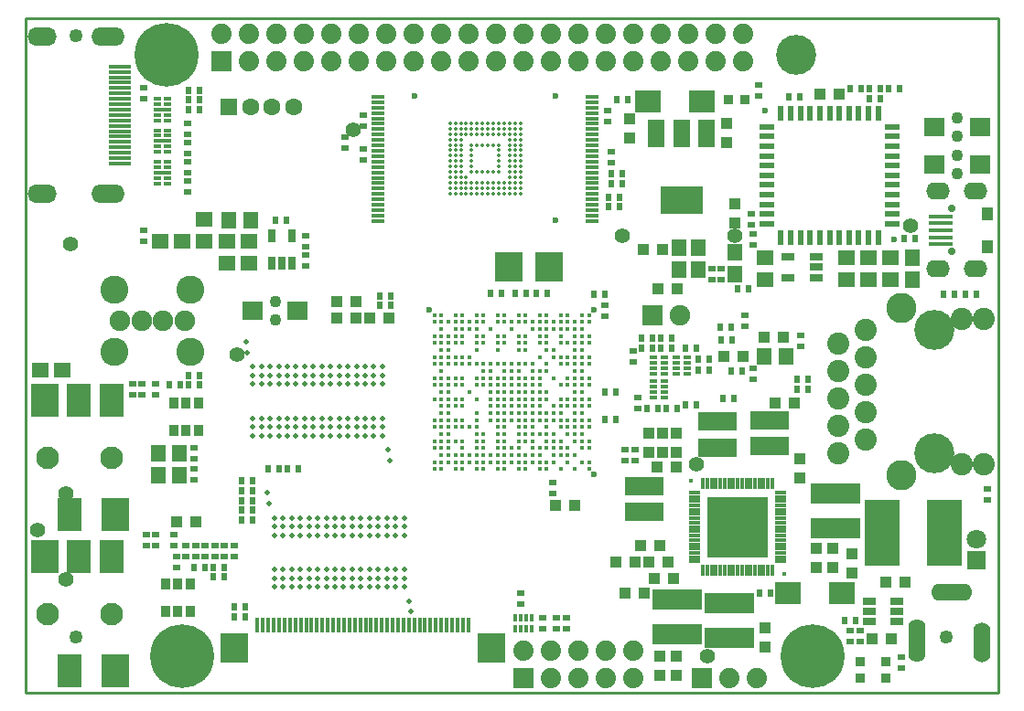
<source format=gbr>
%TF.GenerationSoftware,KiCad,Pcbnew,no-vcs-found-f3908bd~61~ubuntu16.04.1*%
%TF.CreationDate,2017-11-15T13:54:59+02:00*%
%TF.ProjectId,A64-OlinuXino_Rev_E,4136342D4F6C696E7558696E6F5F5265,D*%
%TF.SameCoordinates,Original*%
%TF.FileFunction,Soldermask,Top*%
%TF.FilePolarity,Negative*%
%FSLAX46Y46*%
G04 Gerber Fmt 4.6, Leading zero omitted, Abs format (unit mm)*
G04 Created by KiCad (PCBNEW no-vcs-found-f3908bd~61~ubuntu16.04.1) date Wed Nov 15 13:54:59 2017*
%MOMM*%
%LPD*%
G01*
G04 APERTURE LIST*
%ADD10C,0.254000*%
%ADD11R,0.726600X0.426600*%
%ADD12R,0.726600X0.351600*%
%ADD13R,0.651600X0.601600*%
%ADD14C,1.400000*%
%ADD15R,0.901600X0.901600*%
%ADD16C,0.350000*%
%ADD17C,0.600000*%
%ADD18C,3.700000*%
%ADD19C,2.800000*%
%ADD20C,2.050000*%
%ADD21O,2.200000X1.600000*%
%ADD22R,1.100000X1.200000*%
%ADD23C,0.700000*%
%ADD24R,2.250000X0.425000*%
%ADD25R,1.400000X0.600000*%
%ADD26R,0.600000X1.400000*%
%ADD27R,1.619200X2.635200*%
%ADD28R,4.000000X2.600000*%
%ADD29C,0.400000*%
%ADD30C,0.500000*%
%ADD31C,2.100000*%
%ADD32R,2.201600X3.101600*%
%ADD33R,2.601600X3.101600*%
%ADD34R,2.501600X2.701600*%
%ADD35R,0.351600X1.401600*%
%ADD36C,1.254000*%
%ADD37O,2.700000X1.700000*%
%ADD38R,2.100000X0.350000*%
%ADD39O,3.100000X1.700000*%
%ADD40C,0.401600*%
%ADD41R,0.800000X0.800000*%
%ADD42R,1.822400X1.822400*%
%ADD43R,5.601600X5.601600*%
%ADD44R,1.001600X0.301600*%
%ADD45R,0.301600X1.001600*%
%ADD46R,3.601600X1.701600*%
%ADD47R,4.601600X1.851600*%
%ADD48R,3.301600X6.101600*%
%ADD49C,1.900000*%
%ADD50C,2.600000*%
%ADD51C,5.900000*%
%ADD52R,0.601600X0.651600*%
%ADD53R,1.117600X1.117600*%
%ADD54R,1.625600X1.371600*%
%ADD55R,1.371600X1.625600*%
%ADD56R,2.400000X2.100000*%
%ADD57R,1.301600X0.651600*%
%ADD58R,0.651600X1.301600*%
%ADD59R,1.900000X1.800000*%
%ADD60C,1.100000*%
%ADD61R,1.601600X1.601600*%
%ADD62C,1.601600*%
%ADD63C,1.879600*%
%ADD64R,1.879600X1.879600*%
%ADD65R,1.300000X0.350000*%
%ADD66R,1.800000X1.800000*%
%ADD67C,1.800000*%
%ADD68R,1.901600X1.901600*%
%ADD69C,1.901600*%
%ADD70O,1.601600X4.001600*%
%ADD71O,1.601600X3.701600*%
%ADD72O,3.801600X1.601600*%
%ADD73R,0.863600X1.117600*%
%ADD74R,0.426600X0.726600*%
%ADD75R,0.351600X0.726600*%
%ADD76R,0.776600X0.301600*%
%ADD77R,0.876600X0.401600*%
%ADD78R,2.500000X2.800000*%
G04 APERTURE END LIST*
D10*
X100000000Y-37500000D02*
X100000000Y-100000000D01*
X190000000Y-37500000D02*
X100000000Y-37500000D01*
X190000000Y-100000000D02*
X190000000Y-37500000D01*
X100000000Y-100000000D02*
X190000000Y-100000000D01*
D11*
%TO.C,RM1*%
X159112500Y-72690000D03*
X158087500Y-72690000D03*
D12*
X159112500Y-72150000D03*
X158087500Y-72150000D03*
X159112500Y-71650000D03*
X158087500Y-71650000D03*
D11*
X159112500Y-71110000D03*
X158087500Y-71110000D03*
%TD*%
%TO.C,RM15*%
X159112500Y-70490000D03*
X158087500Y-70490000D03*
D12*
X159112500Y-69950000D03*
X158087500Y-69950000D03*
X159112500Y-69450000D03*
X158087500Y-69450000D03*
D11*
X159112500Y-68910000D03*
X158087500Y-68910000D03*
%TD*%
D13*
%TO.C,R117*%
X156210000Y-68326000D03*
X156210000Y-69342000D03*
%TD*%
D14*
%TO.C,MICRO_SD1*%
X103682800Y-81534000D03*
X103682800Y-89535000D03*
%TD*%
D15*
%TO.C,CHGLED1*%
X177165000Y-98679000D03*
X177165000Y-97155000D03*
%TD*%
%TO.C,PWRLED1*%
X179578000Y-98679000D03*
X179578000Y-97155000D03*
%TD*%
D16*
%TO.C,U5*%
X139250000Y-53750000D03*
X139250000Y-53250000D03*
X139250000Y-52750000D03*
X139250000Y-52250000D03*
X139250000Y-51750000D03*
X139250000Y-51250000D03*
X139250000Y-50750000D03*
X139250000Y-50250000D03*
X139250000Y-49750000D03*
X139250000Y-49250000D03*
X139250000Y-48750000D03*
X139250000Y-47250000D03*
X139250000Y-47750000D03*
X139250000Y-48250000D03*
X139750000Y-48250000D03*
X139750000Y-47750000D03*
X139750000Y-47250000D03*
X139750000Y-48750000D03*
X139750000Y-49250000D03*
X139750000Y-49750000D03*
X139750000Y-50250000D03*
X139750000Y-50750000D03*
X139750000Y-51250000D03*
X139750000Y-51750000D03*
X139750000Y-52250000D03*
X139750000Y-52750000D03*
X139750000Y-53250000D03*
X139750000Y-53750000D03*
X140250000Y-53750000D03*
X140250000Y-53250000D03*
X140250000Y-52750000D03*
X140250000Y-52250000D03*
X140250000Y-51750000D03*
X140250000Y-51250000D03*
X140250000Y-50750000D03*
X140250000Y-50250000D03*
X140250000Y-49750000D03*
X140250000Y-49250000D03*
X140250000Y-48750000D03*
X140250000Y-47250000D03*
X140250000Y-47750000D03*
X140250000Y-48250000D03*
X140750000Y-48250000D03*
X140750000Y-47750000D03*
X140750000Y-47250000D03*
X140750000Y-52250000D03*
X140750000Y-52750000D03*
X140750000Y-53250000D03*
X140750000Y-53750000D03*
X141250000Y-48250000D03*
X141250000Y-47750000D03*
X141250000Y-47250000D03*
X141250000Y-49250000D03*
X141250000Y-49750000D03*
X141250000Y-50250000D03*
X141250000Y-50750000D03*
X141250000Y-51250000D03*
X141250000Y-51750000D03*
X141250000Y-52750000D03*
X141250000Y-53250000D03*
X141250000Y-53750000D03*
X141750000Y-53750000D03*
X141750000Y-53250000D03*
X141750000Y-52750000D03*
X141750000Y-51750000D03*
X141750000Y-49250000D03*
X141750000Y-47250000D03*
X141750000Y-47750000D03*
X141750000Y-48250000D03*
X142250000Y-48250000D03*
X142250000Y-47750000D03*
X142250000Y-47250000D03*
X142250000Y-49250000D03*
X142250000Y-51750000D03*
X142250000Y-52750000D03*
X142250000Y-53250000D03*
X142250000Y-53750000D03*
X143250000Y-53750000D03*
X143250000Y-53250000D03*
X143250000Y-52750000D03*
X143250000Y-51750000D03*
X143250000Y-49250000D03*
X143250000Y-47250000D03*
X143250000Y-47750000D03*
X143250000Y-48250000D03*
X142750000Y-48250000D03*
X142750000Y-47750000D03*
X142750000Y-47250000D03*
X142750000Y-49250000D03*
X142750000Y-51750000D03*
X142750000Y-52750000D03*
X142750000Y-53250000D03*
X142750000Y-53750000D03*
X143750000Y-53750000D03*
X143750000Y-53250000D03*
X143750000Y-52750000D03*
X143750000Y-51750000D03*
X143750000Y-51250000D03*
X143750000Y-50750000D03*
X143750000Y-50250000D03*
X143750000Y-49750000D03*
X143750000Y-49250000D03*
X143750000Y-47250000D03*
X143750000Y-47750000D03*
X143750000Y-48250000D03*
X144250000Y-53750000D03*
X144250000Y-53250000D03*
X144250000Y-52750000D03*
X144250000Y-47250000D03*
X144250000Y-47750000D03*
X144250000Y-48250000D03*
X145750000Y-48250000D03*
X145750000Y-47750000D03*
X145750000Y-47250000D03*
X145750000Y-48750000D03*
X145750000Y-49250000D03*
X145750000Y-49750000D03*
X145750000Y-50250000D03*
X145750000Y-50750000D03*
X145750000Y-51250000D03*
X145750000Y-51750000D03*
X145750000Y-52250000D03*
X145750000Y-52750000D03*
X145750000Y-53250000D03*
X145750000Y-53750000D03*
X145250000Y-53750000D03*
X145250000Y-53250000D03*
X145250000Y-52750000D03*
X145250000Y-52250000D03*
X145250000Y-51750000D03*
X145250000Y-51250000D03*
X145250000Y-50750000D03*
X145250000Y-50250000D03*
X145250000Y-49750000D03*
X145250000Y-49250000D03*
X145250000Y-48750000D03*
X145250000Y-47250000D03*
X145250000Y-47750000D03*
X145250000Y-48250000D03*
X144750000Y-48250000D03*
X144750000Y-47750000D03*
X144750000Y-47250000D03*
X144750000Y-48750000D03*
X144750000Y-49250000D03*
X144750000Y-49750000D03*
X144750000Y-50250000D03*
X144750000Y-50750000D03*
X144750000Y-51250000D03*
X144750000Y-51750000D03*
X144750000Y-52250000D03*
X144750000Y-52750000D03*
X144750000Y-53250000D03*
X144750000Y-53750000D03*
D17*
X136000000Y-44750000D03*
X149000000Y-44750000D03*
X149000000Y-56250000D03*
%TD*%
D18*
%TO.C,LAN1*%
X184023000Y-77851000D03*
X184023000Y-66421000D03*
D19*
X180975000Y-79883000D03*
X180975000Y-64389000D03*
D20*
X188595000Y-78867000D03*
X186563000Y-78867000D03*
X188595000Y-65405000D03*
X186563000Y-65405000D03*
X175133000Y-77851000D03*
X177673000Y-76581000D03*
X175133000Y-75311000D03*
X177673000Y-74041000D03*
X175133000Y-72771000D03*
X177673000Y-71501000D03*
X175133000Y-70231000D03*
X177673000Y-68961000D03*
X175133000Y-67691000D03*
X177673000Y-66421000D03*
%TD*%
D21*
%TO.C,USB-OTG1*%
X187842000Y-53550000D03*
X184372000Y-53550000D03*
X184372000Y-60750000D03*
X187842000Y-60750000D03*
D22*
X188992000Y-55650000D03*
X188992000Y-58650000D03*
D23*
X185692000Y-55150000D03*
X185692000Y-59150000D03*
D24*
X184692000Y-55850000D03*
X184692000Y-56500000D03*
X184692000Y-57150000D03*
X184692000Y-57800000D03*
X184692000Y-58450000D03*
%TD*%
D17*
%TO.C,U11*%
X168402000Y-46101000D03*
D25*
X180146000Y-47570000D03*
X180146000Y-48470000D03*
X180146000Y-49370000D03*
X180146000Y-50270000D03*
X180146000Y-51170000D03*
X180146000Y-52070000D03*
X180146000Y-52970000D03*
X180146000Y-53870000D03*
X180146000Y-54770000D03*
X180146000Y-55670000D03*
X180146000Y-56570000D03*
D26*
X178871000Y-57845000D03*
X177971000Y-57845000D03*
X177071000Y-57845000D03*
X176171000Y-57845000D03*
X175271000Y-57845000D03*
X174371000Y-57845000D03*
X173471000Y-57845000D03*
X172571000Y-57845000D03*
X171671000Y-57845000D03*
X170771000Y-57845000D03*
X169871000Y-57845000D03*
D25*
X168596000Y-56570000D03*
X168596000Y-55670000D03*
X168596000Y-54770000D03*
X168596000Y-53870000D03*
X168596000Y-52970000D03*
X168596000Y-52070000D03*
X168596000Y-51170000D03*
X168596000Y-50270000D03*
X168596000Y-49370000D03*
X168596000Y-48470000D03*
X168596000Y-47570000D03*
D26*
X169871000Y-46295000D03*
X170771000Y-46295000D03*
X171671000Y-46295000D03*
X172571000Y-46295000D03*
X173471000Y-46295000D03*
X174371000Y-46295000D03*
X175271000Y-46295000D03*
X176171000Y-46295000D03*
X177071000Y-46295000D03*
X177971000Y-46295000D03*
X178871000Y-46295000D03*
D17*
X180340000Y-58039000D03*
%TD*%
D27*
%TO.C,VR1*%
X162966400Y-48209200D03*
X160655000Y-48209200D03*
X158343600Y-48209200D03*
D28*
X160655000Y-54406800D03*
%TD*%
D17*
%TO.C,U1*%
X137350000Y-64550000D03*
X152550000Y-79750000D03*
D29*
X151450000Y-68250000D03*
X150800000Y-68250000D03*
X148850000Y-68250000D03*
X148200000Y-68250000D03*
X146250000Y-68250000D03*
X145600000Y-68250000D03*
X143650000Y-68250000D03*
X141700000Y-68250000D03*
X139100000Y-68250000D03*
X138450000Y-68250000D03*
X152100000Y-68900000D03*
X151450000Y-68900000D03*
X150800000Y-68900000D03*
X150150000Y-68900000D03*
X149500000Y-68900000D03*
X148850000Y-68900000D03*
X147550000Y-68900000D03*
X141050000Y-68900000D03*
X140400000Y-68900000D03*
X139750000Y-68900000D03*
X139100000Y-68900000D03*
X138450000Y-68900000D03*
X137800000Y-68900000D03*
X152100000Y-69550000D03*
X151450000Y-69550000D03*
X150800000Y-69550000D03*
X150150000Y-69550000D03*
X149500000Y-69550000D03*
X148200000Y-69550000D03*
X146900000Y-69550000D03*
X146250000Y-69550000D03*
X145600000Y-69550000D03*
X144950000Y-69550000D03*
X144300000Y-69550000D03*
X143650000Y-69550000D03*
X143000000Y-69550000D03*
X142350000Y-69550000D03*
X141700000Y-69550000D03*
X141050000Y-69550000D03*
X140400000Y-69550000D03*
X139750000Y-69550000D03*
X139100000Y-69550000D03*
X138450000Y-69550000D03*
X137800000Y-69550000D03*
X151450000Y-70200000D03*
X150800000Y-70200000D03*
X148200000Y-70200000D03*
X147550000Y-70200000D03*
X142350000Y-70200000D03*
X138450000Y-70200000D03*
X152100000Y-70850000D03*
X151450000Y-70850000D03*
X150800000Y-70850000D03*
X150150000Y-70850000D03*
X147550000Y-70850000D03*
X146900000Y-70850000D03*
X146250000Y-70850000D03*
X145600000Y-70850000D03*
X144950000Y-70850000D03*
X144300000Y-70850000D03*
X143650000Y-70850000D03*
X142350000Y-70850000D03*
X141700000Y-70850000D03*
X140400000Y-70850000D03*
X139750000Y-70850000D03*
X139100000Y-70850000D03*
X138450000Y-70850000D03*
X137800000Y-70850000D03*
X152100000Y-71500000D03*
X151450000Y-71500000D03*
X150800000Y-71500000D03*
X150150000Y-71500000D03*
X149500000Y-71500000D03*
X146900000Y-71500000D03*
X144950000Y-71500000D03*
X144300000Y-71500000D03*
X143000000Y-71500000D03*
X141700000Y-71500000D03*
X140400000Y-71500000D03*
X139750000Y-71500000D03*
X139100000Y-71500000D03*
X138450000Y-71500000D03*
X137800000Y-71500000D03*
X151450000Y-72150000D03*
X150800000Y-72150000D03*
X143000000Y-72150000D03*
X141050000Y-72150000D03*
X139100000Y-72150000D03*
X138450000Y-72150000D03*
X152100000Y-72800000D03*
X151450000Y-72800000D03*
X150800000Y-72800000D03*
X150150000Y-72800000D03*
X149500000Y-72800000D03*
X140400000Y-72800000D03*
X139750000Y-72800000D03*
X139100000Y-72800000D03*
X138450000Y-72800000D03*
X137800000Y-72800000D03*
X152100000Y-73450000D03*
X151450000Y-73450000D03*
X150800000Y-73450000D03*
X150150000Y-73450000D03*
X149500000Y-73450000D03*
X148850000Y-73450000D03*
X140400000Y-73450000D03*
X139750000Y-73450000D03*
X139100000Y-73450000D03*
X138450000Y-73450000D03*
X151450000Y-74100000D03*
X150800000Y-74100000D03*
X149500000Y-74100000D03*
X148850000Y-74100000D03*
X141700000Y-74100000D03*
X139100000Y-74100000D03*
X138450000Y-74100000D03*
X152100000Y-74750000D03*
X151450000Y-74750000D03*
X150800000Y-74750000D03*
X150150000Y-74750000D03*
X149500000Y-74750000D03*
X145600000Y-74750000D03*
X144300000Y-74750000D03*
X143000000Y-74750000D03*
X141700000Y-74750000D03*
X140400000Y-74750000D03*
X139750000Y-74750000D03*
X139100000Y-74750000D03*
X138450000Y-74750000D03*
X137800000Y-74750000D03*
X152100000Y-75400000D03*
X151450000Y-75400000D03*
X150800000Y-75400000D03*
X150150000Y-75400000D03*
X149500000Y-75400000D03*
X145600000Y-75400000D03*
X144300000Y-75400000D03*
X143650000Y-75400000D03*
X141700000Y-75400000D03*
X141050000Y-75400000D03*
X140400000Y-75400000D03*
X138450000Y-75400000D03*
X137800000Y-75400000D03*
X151450000Y-76050000D03*
X150800000Y-76050000D03*
X150150000Y-76050000D03*
X148850000Y-76050000D03*
X148200000Y-76050000D03*
X147550000Y-76050000D03*
X146250000Y-76050000D03*
X145600000Y-76050000D03*
X144300000Y-76050000D03*
X143650000Y-76050000D03*
X142350000Y-76050000D03*
X139100000Y-76050000D03*
X138450000Y-76050000D03*
X152100000Y-76700000D03*
X151450000Y-76700000D03*
X150800000Y-76700000D03*
X149500000Y-76700000D03*
X148850000Y-76700000D03*
X146250000Y-76700000D03*
X145600000Y-76700000D03*
X143650000Y-76700000D03*
X142350000Y-76700000D03*
X141700000Y-76700000D03*
X140400000Y-76700000D03*
X139750000Y-76700000D03*
X139100000Y-76700000D03*
X138450000Y-76700000D03*
X137800000Y-76700000D03*
X152100000Y-77350000D03*
X151450000Y-77350000D03*
X150150000Y-77350000D03*
X149500000Y-77350000D03*
X148850000Y-77350000D03*
X148200000Y-77350000D03*
X147550000Y-77350000D03*
X146900000Y-77350000D03*
X144950000Y-77350000D03*
X143650000Y-77350000D03*
X141700000Y-77350000D03*
X140400000Y-77350000D03*
X139100000Y-77350000D03*
X138450000Y-77350000D03*
X137800000Y-77350000D03*
X150800000Y-78000000D03*
X150150000Y-78000000D03*
X149500000Y-78000000D03*
X148850000Y-78000000D03*
X147550000Y-78000000D03*
X146900000Y-78000000D03*
X146250000Y-78000000D03*
X145600000Y-78000000D03*
X144300000Y-78000000D03*
X143650000Y-78000000D03*
X143000000Y-78000000D03*
X142350000Y-78000000D03*
X141700000Y-78000000D03*
X141050000Y-78000000D03*
X140400000Y-78000000D03*
X139750000Y-78000000D03*
X138450000Y-78000000D03*
X152100000Y-78650000D03*
X151450000Y-78650000D03*
X150150000Y-78650000D03*
X148850000Y-78650000D03*
X147550000Y-78650000D03*
X146900000Y-78650000D03*
X146250000Y-78650000D03*
X145600000Y-78650000D03*
X144950000Y-78650000D03*
X144300000Y-78650000D03*
X143650000Y-78650000D03*
X143000000Y-78650000D03*
X142350000Y-78650000D03*
X141700000Y-78650000D03*
X141050000Y-78650000D03*
X140400000Y-78650000D03*
X139750000Y-78650000D03*
X139100000Y-78650000D03*
X138450000Y-78650000D03*
X137800000Y-78650000D03*
X152100000Y-79300000D03*
X150800000Y-79300000D03*
X149500000Y-79300000D03*
X148200000Y-79300000D03*
X147550000Y-79300000D03*
X146250000Y-79300000D03*
X145600000Y-79300000D03*
X144300000Y-79300000D03*
X143650000Y-79300000D03*
X142350000Y-79300000D03*
X141700000Y-79300000D03*
X140400000Y-79300000D03*
X139750000Y-79300000D03*
X138450000Y-79300000D03*
X137800000Y-67600000D03*
X138450000Y-67600000D03*
X139100000Y-67600000D03*
X139750000Y-67600000D03*
X140400000Y-67600000D03*
X141700000Y-67600000D03*
X142350000Y-67600000D03*
X143650000Y-67600000D03*
X144300000Y-67600000D03*
X145600000Y-67600000D03*
X146250000Y-67600000D03*
X147550000Y-67600000D03*
X148200000Y-67600000D03*
X149500000Y-67600000D03*
X150150000Y-67600000D03*
X150800000Y-67600000D03*
X151450000Y-67600000D03*
X152100000Y-67600000D03*
X152100000Y-66950000D03*
X151450000Y-66950000D03*
X150800000Y-66950000D03*
X149500000Y-66950000D03*
X148200000Y-66950000D03*
X147550000Y-66950000D03*
X146250000Y-66950000D03*
X145600000Y-66950000D03*
X144300000Y-66950000D03*
X143650000Y-66950000D03*
X142350000Y-66950000D03*
X141700000Y-66950000D03*
X140400000Y-66950000D03*
X139750000Y-66950000D03*
X139100000Y-66950000D03*
X138450000Y-66950000D03*
X137800000Y-66950000D03*
X138450000Y-66300000D03*
X139750000Y-66300000D03*
X140400000Y-66300000D03*
X141050000Y-66300000D03*
X141700000Y-66300000D03*
X143000000Y-66300000D03*
X144950000Y-66300000D03*
X146900000Y-66300000D03*
X147550000Y-66300000D03*
X148200000Y-66300000D03*
X148850000Y-66300000D03*
X149500000Y-66300000D03*
X150150000Y-66300000D03*
X150800000Y-66300000D03*
X151450000Y-66300000D03*
X152100000Y-65650000D03*
X151450000Y-65650000D03*
X150800000Y-65650000D03*
X150150000Y-65650000D03*
X149500000Y-65650000D03*
X148850000Y-65650000D03*
X148200000Y-65650000D03*
X147550000Y-65650000D03*
X146900000Y-65650000D03*
X146250000Y-65650000D03*
X145600000Y-65650000D03*
X144950000Y-65650000D03*
X144300000Y-65650000D03*
X143650000Y-65650000D03*
X142350000Y-65650000D03*
X141700000Y-65650000D03*
X141050000Y-65650000D03*
X140400000Y-65650000D03*
X139750000Y-65650000D03*
X139100000Y-65650000D03*
X138450000Y-65650000D03*
X137800000Y-65650000D03*
X138450000Y-65000000D03*
X139750000Y-65000000D03*
X140400000Y-65000000D03*
X141700000Y-65000000D03*
X142350000Y-65000000D03*
X143650000Y-65000000D03*
X144300000Y-65000000D03*
X145600000Y-65000000D03*
X146250000Y-65000000D03*
X147550000Y-65000000D03*
X148200000Y-65000000D03*
X149500000Y-65000000D03*
X150150000Y-65000000D03*
X151450000Y-65000000D03*
X137800000Y-79300000D03*
X137800000Y-65000000D03*
X139100000Y-78000000D03*
X139100000Y-75400000D03*
X139750000Y-75400000D03*
X141700000Y-76050000D03*
X142350000Y-77350000D03*
X144300000Y-77350000D03*
X144300000Y-76700000D03*
X144950000Y-78000000D03*
X145600000Y-77350000D03*
X143000000Y-70200000D03*
X144300000Y-70200000D03*
X144950000Y-70200000D03*
X145600000Y-70200000D03*
X146900000Y-70200000D03*
X143000000Y-70850000D03*
X142350000Y-71500000D03*
X143650000Y-71500000D03*
X148850000Y-70850000D03*
X148200000Y-72150000D03*
X148200000Y-72800000D03*
X147550000Y-71500000D03*
X147550000Y-72150000D03*
X146900000Y-72150000D03*
X146900000Y-72800000D03*
X146250000Y-71500000D03*
X145600000Y-71500000D03*
X146250000Y-72150000D03*
X145600000Y-72150000D03*
X147550000Y-72800000D03*
X146250000Y-72800000D03*
X145600000Y-72800000D03*
X144950000Y-72800000D03*
X144300000Y-72800000D03*
X143650000Y-72800000D03*
X143000000Y-72800000D03*
X147550000Y-73450000D03*
X143000000Y-73450000D03*
X143650000Y-73450000D03*
X144300000Y-73450000D03*
X144950000Y-73450000D03*
X145600000Y-73450000D03*
X146250000Y-73450000D03*
X146900000Y-73450000D03*
X148200000Y-74100000D03*
X143000000Y-74100000D03*
X147550000Y-74100000D03*
X146900000Y-74100000D03*
X146250000Y-74100000D03*
X145600000Y-74100000D03*
X144950000Y-74100000D03*
X144300000Y-74100000D03*
X143650000Y-74100000D03*
X148850000Y-74750000D03*
X148200000Y-74750000D03*
X147550000Y-74750000D03*
X146900000Y-74750000D03*
X146250000Y-74750000D03*
X148200000Y-75400000D03*
X146900000Y-75400000D03*
X146250000Y-75400000D03*
X146900000Y-76700000D03*
X148200000Y-78650000D03*
X148200000Y-76700000D03*
X146900000Y-76050000D03*
X143650000Y-74750000D03*
X144950000Y-74750000D03*
X141700000Y-72800000D03*
X143650000Y-72150000D03*
X144300000Y-72150000D03*
X144950000Y-72150000D03*
X152100000Y-65000000D03*
D17*
X152550000Y-64550000D03*
%TD*%
D30*
%TO.C,U2*%
X123000000Y-90200000D03*
X123000000Y-89400000D03*
X123000000Y-88600000D03*
X123000000Y-85400000D03*
X123000000Y-84600000D03*
X123000000Y-83800000D03*
X123800000Y-90200000D03*
X123800000Y-89400000D03*
X123800000Y-88600000D03*
X123800000Y-85400000D03*
X123800000Y-84600000D03*
X123800000Y-83800000D03*
X124600000Y-90200000D03*
X124600000Y-89400000D03*
X124600000Y-88600000D03*
X124600000Y-85400000D03*
X124600000Y-84600000D03*
X124600000Y-83800000D03*
X125400000Y-90200000D03*
X125400000Y-89400000D03*
X125400000Y-88600000D03*
X125400000Y-85400000D03*
X125400000Y-84600000D03*
X125400000Y-83800000D03*
X126200000Y-90200000D03*
X126200000Y-89400000D03*
X126200000Y-88600000D03*
X126200000Y-85400000D03*
X126200000Y-84600000D03*
X126200000Y-83800000D03*
X127000000Y-90200000D03*
X127000000Y-89400000D03*
X127000000Y-88600000D03*
X127000000Y-85400000D03*
X127000000Y-84600000D03*
X127000000Y-83800000D03*
X127800000Y-90200000D03*
X127800000Y-89400000D03*
X127800000Y-88600000D03*
X127800000Y-85400000D03*
X127800000Y-84600000D03*
X127800000Y-83800000D03*
X128600000Y-90200000D03*
X128600000Y-89400000D03*
X128600000Y-88600000D03*
X128600000Y-85400000D03*
X128600000Y-84600000D03*
X128600000Y-83800000D03*
X129400000Y-90200000D03*
X129400000Y-89400000D03*
X129400000Y-88600000D03*
X129400000Y-85400000D03*
X129400000Y-84600000D03*
X129400000Y-83800000D03*
X130200000Y-90200000D03*
X130200000Y-89400000D03*
X130200000Y-88600000D03*
X130200000Y-85400000D03*
X130200000Y-84600000D03*
X130200000Y-83800000D03*
X135650000Y-92500000D03*
X122350000Y-81500000D03*
X135500000Y-91500000D03*
X122500000Y-82500000D03*
X131000000Y-90200000D03*
X131000000Y-89400000D03*
X131000000Y-88600000D03*
X131000000Y-85400000D03*
X131000000Y-84600000D03*
X131000000Y-83800000D03*
X131800000Y-90200000D03*
X131800000Y-89400000D03*
X131800000Y-88600000D03*
X131800000Y-85400000D03*
X131800000Y-84600000D03*
X131800000Y-83800000D03*
X132600000Y-90200000D03*
X132600000Y-89400000D03*
X132600000Y-88600000D03*
X132600000Y-85400000D03*
X132600000Y-84600000D03*
X132600000Y-83800000D03*
X133400000Y-90200000D03*
X133400000Y-89400000D03*
X133400000Y-88600000D03*
X133400000Y-85400000D03*
X133400000Y-84600000D03*
X133400000Y-83800000D03*
X134200000Y-90200000D03*
X134200000Y-89400000D03*
X134200000Y-88600000D03*
X134200000Y-85400000D03*
X134200000Y-84600000D03*
X134200000Y-83800000D03*
X135000000Y-90200000D03*
X135000000Y-89400000D03*
X135000000Y-88600000D03*
X135000000Y-85400000D03*
X135000000Y-84600000D03*
X135000000Y-83800000D03*
%TD*%
%TO.C,U3*%
X121000000Y-76200000D03*
X121000000Y-75400000D03*
X121000000Y-74600000D03*
X121000000Y-71400000D03*
X121000000Y-70600000D03*
X121000000Y-69800000D03*
X121800000Y-76200000D03*
X121800000Y-75400000D03*
X121800000Y-74600000D03*
X121800000Y-71400000D03*
X121800000Y-70600000D03*
X121800000Y-69800000D03*
X122600000Y-76200000D03*
X122600000Y-75400000D03*
X122600000Y-74600000D03*
X122600000Y-71400000D03*
X122600000Y-70600000D03*
X122600000Y-69800000D03*
X123400000Y-76200000D03*
X123400000Y-75400000D03*
X123400000Y-74600000D03*
X123400000Y-71400000D03*
X123400000Y-70600000D03*
X123400000Y-69800000D03*
X124200000Y-76200000D03*
X124200000Y-75400000D03*
X124200000Y-74600000D03*
X124200000Y-71400000D03*
X124200000Y-70600000D03*
X124200000Y-69800000D03*
X125000000Y-76200000D03*
X125000000Y-75400000D03*
X125000000Y-74600000D03*
X125000000Y-71400000D03*
X125000000Y-70600000D03*
X125000000Y-69800000D03*
X125800000Y-76200000D03*
X125800000Y-75400000D03*
X125800000Y-74600000D03*
X125800000Y-71400000D03*
X125800000Y-70600000D03*
X125800000Y-69800000D03*
X126600000Y-76200000D03*
X126600000Y-75400000D03*
X126600000Y-74600000D03*
X126600000Y-71400000D03*
X126600000Y-70600000D03*
X126600000Y-69800000D03*
X127400000Y-76200000D03*
X127400000Y-75400000D03*
X127400000Y-74600000D03*
X127400000Y-71400000D03*
X127400000Y-70600000D03*
X127400000Y-69800000D03*
X128200000Y-76200000D03*
X128200000Y-75400000D03*
X128200000Y-74600000D03*
X128200000Y-71400000D03*
X128200000Y-70600000D03*
X128200000Y-69800000D03*
X133650000Y-78500000D03*
X120350000Y-67500000D03*
X133500000Y-77500000D03*
X120500000Y-68500000D03*
X129000000Y-76200000D03*
X129000000Y-75400000D03*
X129000000Y-74600000D03*
X129000000Y-71400000D03*
X129000000Y-70600000D03*
X129000000Y-69800000D03*
X129800000Y-76200000D03*
X129800000Y-75400000D03*
X129800000Y-74600000D03*
X129800000Y-71400000D03*
X129800000Y-70600000D03*
X129800000Y-69800000D03*
X130600000Y-76200000D03*
X130600000Y-75400000D03*
X130600000Y-74600000D03*
X130600000Y-71400000D03*
X130600000Y-70600000D03*
X130600000Y-69800000D03*
X131400000Y-76200000D03*
X131400000Y-75400000D03*
X131400000Y-74600000D03*
X131400000Y-71400000D03*
X131400000Y-70600000D03*
X131400000Y-69800000D03*
X132200000Y-76200000D03*
X132200000Y-75400000D03*
X132200000Y-74600000D03*
X132200000Y-71400000D03*
X132200000Y-70600000D03*
X132200000Y-69800000D03*
X133000000Y-76200000D03*
X133000000Y-75400000D03*
X133000000Y-74600000D03*
X133000000Y-71400000D03*
X133000000Y-70600000D03*
X133000000Y-69800000D03*
%TD*%
D31*
%TO.C,HEADPHONES/LINEOUT1*%
X107981000Y-78232000D03*
X101981000Y-78232000D03*
D32*
X104881000Y-72932000D03*
X104081000Y-83532000D03*
X107981000Y-72932000D03*
D33*
X108281000Y-83532000D03*
X101781000Y-72932000D03*
%TD*%
D31*
%TO.C,MIC/LINEIN1*%
X107981000Y-92710000D03*
X101981000Y-92710000D03*
D32*
X104881000Y-87410000D03*
X104081000Y-98010000D03*
X107981000Y-87410000D03*
D33*
X108281000Y-98010000D03*
X101781000Y-87410000D03*
%TD*%
D34*
%TO.C,LCD_CON1*%
X119291000Y-95870000D03*
X143091000Y-95870000D03*
D35*
X121441000Y-93770000D03*
X121941000Y-93770000D03*
X122441000Y-93770000D03*
X122941000Y-93770000D03*
X123441000Y-93770000D03*
X123941000Y-93770000D03*
X124441000Y-93770000D03*
X124941000Y-93770000D03*
X125441000Y-93770000D03*
X125941000Y-93770000D03*
X126441000Y-93770000D03*
X126941000Y-93770000D03*
X127441000Y-93770000D03*
X127941000Y-93770000D03*
X128441000Y-93770000D03*
X128941000Y-93770000D03*
X129441000Y-93770000D03*
X129941000Y-93770000D03*
X130441000Y-93770000D03*
X130941000Y-93770000D03*
X131441000Y-93770000D03*
X131941000Y-93770000D03*
X132441000Y-93770000D03*
X132941000Y-93770000D03*
X133441000Y-93770000D03*
X133941000Y-93770000D03*
X134441000Y-93770000D03*
X134941000Y-93770000D03*
X135441000Y-93770000D03*
X135941000Y-93770000D03*
X136441000Y-93770000D03*
X136941000Y-93770000D03*
X137441000Y-93770000D03*
X137941000Y-93770000D03*
X138441000Y-93770000D03*
X138941000Y-93770000D03*
X139441000Y-93770000D03*
X139941000Y-93770000D03*
X140441000Y-93770000D03*
X140941000Y-93770000D03*
%TD*%
D36*
%TO.C,*%
X185166000Y-94869000D03*
%TD*%
%TO.C,*%
X104648000Y-94869000D03*
%TD*%
%TO.C,*%
X104648000Y-39116000D03*
%TD*%
D37*
%TO.C,HDMI1*%
X101547000Y-39182000D03*
D38*
X108747000Y-41982000D03*
X108747000Y-42482000D03*
X108747000Y-42982000D03*
X108747000Y-43482000D03*
X108747000Y-43982000D03*
X108747000Y-44482000D03*
X108747000Y-44982000D03*
X108747000Y-45482000D03*
X108747000Y-45982000D03*
X108747000Y-46482000D03*
X108747000Y-46982000D03*
X108747000Y-47482000D03*
X108747000Y-47982000D03*
X108747000Y-48482000D03*
X108747000Y-48982000D03*
X108747000Y-49482000D03*
X108747000Y-49982000D03*
X108747000Y-50482000D03*
X108747000Y-50982000D03*
D37*
X101547000Y-53782000D03*
D39*
X107597000Y-53782000D03*
X107597000Y-39182000D03*
%TD*%
D40*
%TO.C,U14*%
X170180000Y-88963500D03*
D41*
X168062000Y-85445500D03*
X167362000Y-85445500D03*
X166662000Y-85445500D03*
X166662000Y-86145500D03*
X166662000Y-86845500D03*
X165062000Y-86845500D03*
X165062000Y-86145500D03*
X165062000Y-85445500D03*
X164362000Y-85445500D03*
X163662000Y-85445500D03*
X163662000Y-83845500D03*
X164362000Y-83845500D03*
X165062000Y-83845500D03*
X165062000Y-83145500D03*
X165062000Y-82445500D03*
X166662000Y-82445500D03*
X166662000Y-83145500D03*
X166662000Y-83845500D03*
X167362000Y-83845500D03*
X168062000Y-83845500D03*
D42*
X165862000Y-84645500D03*
D43*
X165862000Y-84645500D03*
D44*
X169862000Y-81445500D03*
X169862000Y-81845500D03*
X169862000Y-82245500D03*
X169862000Y-82645500D03*
X169862000Y-83045500D03*
X169862000Y-83445500D03*
X169862000Y-83845500D03*
X169862000Y-84245500D03*
X169862000Y-84645500D03*
X169862000Y-85045500D03*
X169862000Y-85445500D03*
X169862000Y-85845500D03*
X169862000Y-86245500D03*
X169862000Y-86645500D03*
X169862000Y-87045500D03*
X169862000Y-87445500D03*
X169862000Y-87845500D03*
D45*
X169062000Y-88645500D03*
X168662000Y-88645500D03*
X168262000Y-88645500D03*
X167862000Y-88645500D03*
X167462000Y-88645500D03*
X167062000Y-88645500D03*
X166662000Y-88645500D03*
X166262000Y-88645500D03*
X165862000Y-88645500D03*
X165462000Y-88645500D03*
X165062000Y-88645500D03*
X164662000Y-88645500D03*
X164262000Y-88645500D03*
X163862000Y-88645500D03*
X163462000Y-88645500D03*
X163062000Y-88645500D03*
X162662000Y-88645500D03*
D44*
X161862000Y-87845500D03*
X161862000Y-87445500D03*
X161862000Y-87045500D03*
X161862000Y-86645500D03*
X161862000Y-86245500D03*
X161862000Y-85845500D03*
X161862000Y-85445500D03*
X161862000Y-85045500D03*
X161862000Y-84645500D03*
X161862000Y-84245500D03*
X161862000Y-83845500D03*
X161862000Y-83445500D03*
X161862000Y-83045500D03*
X161862000Y-82645500D03*
X161862000Y-82245500D03*
X161862000Y-81845500D03*
X161862000Y-81445500D03*
D45*
X162662000Y-80645500D03*
X163062000Y-80645500D03*
X163462000Y-80645500D03*
X163862000Y-80645500D03*
X164262000Y-80645500D03*
X164662000Y-80645500D03*
X165062000Y-80645500D03*
X165462000Y-80645500D03*
X165862000Y-80645500D03*
X166262000Y-80645500D03*
X166662000Y-80645500D03*
X167062000Y-80645500D03*
X167462000Y-80645500D03*
X167862000Y-80645500D03*
X168262000Y-80645500D03*
X168662000Y-80645500D03*
X169062000Y-80645500D03*
D40*
X161544000Y-80327500D03*
%TD*%
D46*
%TO.C,L19*%
X168783000Y-77146000D03*
X168783000Y-74746000D03*
%TD*%
%TO.C,L20*%
X163957000Y-77273000D03*
X163957000Y-74873000D03*
%TD*%
%TO.C,L14*%
X157226000Y-83242000D03*
X157226000Y-80842000D03*
%TD*%
D47*
%TO.C,L17*%
X160274000Y-94564000D03*
X160274000Y-91364000D03*
%TD*%
%TO.C,L15*%
X165100000Y-94945000D03*
X165100000Y-91745000D03*
%TD*%
%TO.C,L18*%
X174879000Y-81585000D03*
X174879000Y-84785000D03*
%TD*%
D48*
%TO.C,L16*%
X179218000Y-85217000D03*
X185018000Y-85217000D03*
%TD*%
D49*
%TO.C,USB1*%
X114712000Y-65532000D03*
X112712000Y-65532000D03*
X110712000Y-65532000D03*
X108712000Y-65532000D03*
D50*
X108212000Y-68382000D03*
X108212000Y-62682000D03*
X115212000Y-68382000D03*
X115212000Y-62682000D03*
%TD*%
D51*
%TO.C,Mounting_hole1*%
X172800000Y-96600000D03*
%TD*%
D52*
%TO.C,C187*%
X144018000Y-62992000D03*
X143002000Y-62992000D03*
%TD*%
D53*
%TO.C,C91*%
X165608000Y-54737000D03*
X165608000Y-56515000D03*
%TD*%
D52*
%TO.C,C32*%
X121008000Y-81300000D03*
X119992000Y-81300000D03*
%TD*%
%TO.C,C33*%
X119992000Y-84000000D03*
X121008000Y-84000000D03*
%TD*%
D13*
%TO.C,C39*%
X153797000Y-47117000D03*
X153797000Y-46101000D03*
%TD*%
%TO.C,C40*%
X154178000Y-50927000D03*
X154178000Y-49911000D03*
%TD*%
%TO.C,C41*%
X131191000Y-50673000D03*
X131191000Y-49657000D03*
%TD*%
D53*
%TO.C,C47*%
X128778000Y-63754000D03*
X130556000Y-63754000D03*
%TD*%
D13*
%TO.C,C48*%
X114808000Y-86360000D03*
X114808000Y-87376000D03*
%TD*%
D53*
%TO.C,C49*%
X128778000Y-65278000D03*
X130556000Y-65278000D03*
%TD*%
D13*
%TO.C,C52*%
X116586000Y-87376000D03*
X116586000Y-86360000D03*
%TD*%
D53*
%TO.C,C57*%
X115697000Y-84201000D03*
X113919000Y-84201000D03*
%TD*%
D13*
%TO.C,C58*%
X111125000Y-86360000D03*
X111125000Y-85344000D03*
%TD*%
%TO.C,C60*%
X117475000Y-87376000D03*
X117475000Y-86360000D03*
%TD*%
%TO.C,C62*%
X119253000Y-87376000D03*
X119253000Y-86360000D03*
%TD*%
D53*
%TO.C,C63*%
X133604000Y-65278000D03*
X131826000Y-65278000D03*
%TD*%
D13*
%TO.C,C65*%
X115570000Y-80264000D03*
X115570000Y-79248000D03*
%TD*%
D52*
%TO.C,C66*%
X113284000Y-71501000D03*
X114300000Y-71501000D03*
%TD*%
%TO.C,C67*%
X182245000Y-57912000D03*
X181229000Y-57912000D03*
%TD*%
D54*
%TO.C,C68*%
X175895000Y-59690000D03*
X175895000Y-61722000D03*
%TD*%
%TO.C,C69*%
X177927000Y-59690000D03*
X177927000Y-61722000D03*
%TD*%
%TO.C,C70*%
X179959000Y-59690000D03*
X179959000Y-61722000D03*
%TD*%
%TO.C,C71*%
X168402000Y-61722000D03*
X168402000Y-59690000D03*
%TD*%
D13*
%TO.C,C74*%
X110871000Y-58166000D03*
X110871000Y-57150000D03*
%TD*%
D54*
%TO.C,C75*%
X120650000Y-58166000D03*
X120650000Y-60198000D03*
%TD*%
%TO.C,C76*%
X118618000Y-58166000D03*
X118618000Y-60198000D03*
%TD*%
%TO.C,C77*%
X116459000Y-56134000D03*
X116459000Y-58166000D03*
%TD*%
D55*
%TO.C,C78*%
X120777000Y-56261000D03*
X118745000Y-56261000D03*
%TD*%
D53*
%TO.C,C89*%
X175260000Y-44577000D03*
X173482000Y-44577000D03*
%TD*%
D52*
%TO.C,C90*%
X171577000Y-44831000D03*
X170561000Y-44831000D03*
%TD*%
D13*
%TO.C,C92*%
X167132000Y-55626000D03*
X167132000Y-56642000D03*
%TD*%
D52*
%TO.C,C105*%
X178054000Y-44958000D03*
X179070000Y-44958000D03*
%TD*%
%TO.C,C106*%
X180848000Y-44069000D03*
X179832000Y-44069000D03*
%TD*%
%TO.C,C107*%
X176276000Y-44069000D03*
X177292000Y-44069000D03*
%TD*%
D53*
%TO.C,C122*%
X160147000Y-79121000D03*
X158369000Y-79121000D03*
%TD*%
%TO.C,C124*%
X173101000Y-86614000D03*
X173101000Y-88392000D03*
%TD*%
%TO.C,C129*%
X160147000Y-98425000D03*
X160147000Y-96647000D03*
%TD*%
%TO.C,C131*%
X158623000Y-98425000D03*
X158623000Y-96647000D03*
%TD*%
%TO.C,C136*%
X157226000Y-90805000D03*
X155448000Y-90805000D03*
%TD*%
%TO.C,C138*%
X176403000Y-87122000D03*
X176403000Y-88900000D03*
%TD*%
%TO.C,C139*%
X156337000Y-87884000D03*
X154559000Y-87884000D03*
%TD*%
%TO.C,C140*%
X178308000Y-94996000D03*
X180086000Y-94996000D03*
%TD*%
%TO.C,C141*%
X179578000Y-89789000D03*
X181356000Y-89789000D03*
%TD*%
%TO.C,C143*%
X168402000Y-95758000D03*
X168402000Y-93980000D03*
%TD*%
%TO.C,C144*%
X174625000Y-86614000D03*
X174625000Y-88392000D03*
%TD*%
%TO.C,C146*%
X148971000Y-82677000D03*
X150749000Y-82677000D03*
%TD*%
%TO.C,C150*%
X171069000Y-73152000D03*
X169291000Y-73152000D03*
%TD*%
%TO.C,C154*%
X160147000Y-77724000D03*
X160147000Y-75946000D03*
%TD*%
%TO.C,C163*%
X158877000Y-77724000D03*
X158877000Y-75946000D03*
%TD*%
%TO.C,C166*%
X157607000Y-77724000D03*
X157607000Y-75946000D03*
%TD*%
%TO.C,C169*%
X159385000Y-87884000D03*
X157607000Y-87884000D03*
%TD*%
%TO.C,C172*%
X171577000Y-78359000D03*
X171577000Y-80137000D03*
%TD*%
%TO.C,C175*%
X158623000Y-86360000D03*
X156845000Y-86360000D03*
%TD*%
%TO.C,C182*%
X158115000Y-89408000D03*
X159893000Y-89408000D03*
%TD*%
D52*
%TO.C,C185*%
X147193000Y-62992000D03*
X148209000Y-62992000D03*
%TD*%
D13*
%TO.C,C186*%
X156337000Y-77470000D03*
X156337000Y-78486000D03*
%TD*%
D52*
%TO.C,C193*%
X132715000Y-64135000D03*
X133731000Y-64135000D03*
%TD*%
D13*
%TO.C,C195*%
X155448000Y-77470000D03*
X155448000Y-78486000D03*
%TD*%
D56*
%TO.C,D2*%
X170474000Y-90805000D03*
X175474000Y-90805000D03*
%TD*%
D55*
%TO.C,L3*%
X112268000Y-79883000D03*
X112268000Y-77851000D03*
%TD*%
D54*
%TO.C,L4*%
X103378000Y-70104000D03*
X101346000Y-70104000D03*
%TD*%
D55*
%TO.C,L5*%
X114173000Y-79883000D03*
X114173000Y-77851000D03*
%TD*%
%TO.C,L6*%
X181991000Y-59690000D03*
X181991000Y-61722000D03*
%TD*%
D54*
%TO.C,L8*%
X112395000Y-58166000D03*
X114427000Y-58166000D03*
%TD*%
D52*
%TO.C,R18*%
X154940000Y-54102000D03*
X153924000Y-54102000D03*
%TD*%
%TO.C,R33*%
X154559000Y-74676000D03*
X153543000Y-74676000D03*
%TD*%
D13*
%TO.C,R39*%
X114935000Y-52578000D03*
X114935000Y-53594000D03*
%TD*%
%TO.C,R43*%
X114935000Y-51816000D03*
X114935000Y-50800000D03*
%TD*%
%TO.C,R44*%
X114935000Y-49022000D03*
X114935000Y-50038000D03*
%TD*%
%TO.C,R45*%
X114935000Y-48260000D03*
X114935000Y-47244000D03*
%TD*%
D52*
%TO.C,R98*%
X153543000Y-72136000D03*
X154559000Y-72136000D03*
%TD*%
D57*
%TO.C,U6*%
X170531000Y-59629000D03*
X170531000Y-61529000D03*
X173131000Y-59629000D03*
X173131000Y-60579000D03*
X173131000Y-61529000D03*
%TD*%
D58*
%TO.C,U9*%
X124648000Y-57628000D03*
X122748000Y-57628000D03*
X124648000Y-60228000D03*
X123698000Y-60228000D03*
X122748000Y-60228000D03*
%TD*%
D57*
%TO.C,U13*%
X178023900Y-91506000D03*
X178023900Y-92456000D03*
X178023900Y-93406000D03*
X180624100Y-93406000D03*
X180624100Y-92456000D03*
X180624100Y-91506000D03*
%TD*%
D13*
%TO.C,R40*%
X167259000Y-58547000D03*
X167259000Y-57531000D03*
%TD*%
D52*
%TO.C,R70*%
X120269000Y-92075000D03*
X119253000Y-92075000D03*
%TD*%
%TO.C,R71*%
X120269000Y-92964000D03*
X119253000Y-92964000D03*
%TD*%
D13*
%TO.C,R74*%
X180975000Y-97726500D03*
X180975000Y-96710500D03*
%TD*%
%TO.C,R82*%
X176276000Y-94234000D03*
X176276000Y-95250000D03*
%TD*%
%TO.C,R101*%
X153543000Y-65151000D03*
X153543000Y-64135000D03*
%TD*%
D52*
%TO.C,R102*%
X152527000Y-63119000D03*
X153543000Y-63119000D03*
%TD*%
%TO.C,R103*%
X132715000Y-63246000D03*
X133731000Y-63246000D03*
%TD*%
%TO.C,R104*%
X168910000Y-90805000D03*
X167894000Y-90805000D03*
%TD*%
%TO.C,R80*%
X175768000Y-93345000D03*
X176784000Y-93345000D03*
%TD*%
D13*
%TO.C,R81*%
X177165000Y-94234000D03*
X177165000Y-95250000D03*
%TD*%
%TO.C,R75*%
X149987000Y-93091000D03*
X149987000Y-94107000D03*
%TD*%
%TO.C,R76*%
X147828000Y-93091000D03*
X147828000Y-94107000D03*
%TD*%
%TO.C,R77*%
X149098000Y-93091000D03*
X149098000Y-94107000D03*
%TD*%
%TO.C,R79*%
X145796000Y-90805000D03*
X145796000Y-91821000D03*
%TD*%
%TO.C,R25*%
X113665000Y-86360000D03*
X113665000Y-85344000D03*
%TD*%
D52*
%TO.C,R26*%
X117348000Y-89281000D03*
X118364000Y-89281000D03*
%TD*%
D13*
%TO.C,R29*%
X113919000Y-88392000D03*
X113919000Y-87376000D03*
%TD*%
%TO.C,R32*%
X109855000Y-71374000D03*
X109855000Y-72390000D03*
%TD*%
D52*
%TO.C,R35*%
X115062000Y-70612000D03*
X116078000Y-70612000D03*
%TD*%
%TO.C,R48*%
X123063000Y-56261000D03*
X124079000Y-56261000D03*
%TD*%
D13*
%TO.C,R49*%
X125857000Y-59436000D03*
X125857000Y-60452000D03*
%TD*%
D52*
%TO.C,R47*%
X116078000Y-45974000D03*
X115062000Y-45974000D03*
%TD*%
%TO.C,R50*%
X116078000Y-45085000D03*
X115062000Y-45085000D03*
%TD*%
D13*
%TO.C,R51*%
X110871000Y-44958000D03*
X110871000Y-43942000D03*
%TD*%
D52*
%TO.C,R52*%
X115062000Y-44196000D03*
X116078000Y-44196000D03*
%TD*%
%TO.C,R16*%
X154178000Y-51943000D03*
X155194000Y-51943000D03*
%TD*%
%TO.C,R17*%
X153924000Y-54991000D03*
X154940000Y-54991000D03*
%TD*%
D13*
%TO.C,R19*%
X131191000Y-46482000D03*
X131191000Y-47498000D03*
%TD*%
D52*
%TO.C,R20*%
X154178000Y-52832000D03*
X155194000Y-52832000D03*
%TD*%
%TO.C,R22*%
X155702000Y-45085000D03*
X154686000Y-45085000D03*
%TD*%
D13*
%TO.C,R24*%
X129540000Y-48514000D03*
X129540000Y-49530000D03*
%TD*%
%TO.C,R7*%
X148717000Y-81534000D03*
X148717000Y-80518000D03*
%TD*%
D52*
%TO.C,R11*%
X121008000Y-82200000D03*
X119992000Y-82200000D03*
%TD*%
%TO.C,R12*%
X119992000Y-83100000D03*
X121008000Y-83100000D03*
%TD*%
%TO.C,R6*%
X119992000Y-80400000D03*
X121008000Y-80400000D03*
%TD*%
%TO.C,R10*%
X124206000Y-79248000D03*
X125222000Y-79248000D03*
%TD*%
%TO.C,R14*%
X123444000Y-79248000D03*
X122428000Y-79248000D03*
%TD*%
D13*
%TO.C,R99*%
X125857000Y-58674000D03*
X125857000Y-57658000D03*
%TD*%
D59*
%TO.C,PWRON1*%
X188282000Y-51054000D03*
X184082000Y-51054000D03*
D60*
X186182000Y-51904000D03*
X186182000Y-50204000D03*
%TD*%
D59*
%TO.C,RESET1*%
X188282000Y-47625000D03*
X184082000Y-47625000D03*
D60*
X186182000Y-48475000D03*
X186182000Y-46775000D03*
%TD*%
D59*
%TO.C,UBOOT1*%
X120963000Y-64643000D03*
X125163000Y-64643000D03*
D60*
X123063000Y-63793000D03*
X123063000Y-65493000D03*
%TD*%
D13*
%TO.C,R34*%
X112014000Y-72390000D03*
X112014000Y-71374000D03*
%TD*%
D52*
%TO.C,R94*%
X146304000Y-62992000D03*
X145288000Y-62992000D03*
%TD*%
D55*
%TO.C,C202*%
X170307000Y-68834000D03*
X168275000Y-68834000D03*
%TD*%
D53*
%TO.C,C204*%
X158496000Y-62611000D03*
X160274000Y-62611000D03*
%TD*%
%TO.C,C205*%
X166370000Y-68834000D03*
X164592000Y-68834000D03*
%TD*%
%TO.C,C214*%
X168275000Y-67056000D03*
X170053000Y-67056000D03*
%TD*%
%TO.C,C218*%
X155829000Y-46863000D03*
X155829000Y-48641000D03*
%TD*%
%TO.C,C219*%
X158877000Y-58928000D03*
X157099000Y-58928000D03*
%TD*%
D55*
%TO.C,L21*%
X165608000Y-59182000D03*
X165608000Y-61214000D03*
%TD*%
%TO.C,L23*%
X162179000Y-58801000D03*
X162179000Y-60833000D03*
%TD*%
%TO.C,L24*%
X160401000Y-58801000D03*
X160401000Y-60833000D03*
%TD*%
D52*
%TO.C,R100*%
X156972000Y-67183000D03*
X157988000Y-67183000D03*
%TD*%
%TO.C,R105*%
X161036000Y-68072000D03*
X162052000Y-68072000D03*
%TD*%
%TO.C,R106*%
X163195000Y-69088000D03*
X162179000Y-69088000D03*
%TD*%
%TO.C,R107*%
X158750000Y-67183000D03*
X159766000Y-67183000D03*
%TD*%
D13*
%TO.C,R108*%
X163449000Y-61722000D03*
X163449000Y-60706000D03*
%TD*%
%TO.C,R112*%
X188976000Y-81153000D03*
X188976000Y-82169000D03*
%TD*%
D52*
%TO.C,R113*%
X187960000Y-63119000D03*
X186944000Y-63119000D03*
%TD*%
%TO.C,R114*%
X184912000Y-63119000D03*
X185928000Y-63119000D03*
%TD*%
%TO.C,R116*%
X162179000Y-70104000D03*
X163195000Y-70104000D03*
%TD*%
%TO.C,R118*%
X164465000Y-72771000D03*
X165481000Y-72771000D03*
%TD*%
D13*
%TO.C,R119*%
X164338000Y-61722000D03*
X164338000Y-60706000D03*
%TD*%
D53*
%TO.C,R120*%
X164846000Y-49022000D03*
X164846000Y-47244000D03*
%TD*%
D52*
%TO.C,C199*%
X171323000Y-70993000D03*
X172339000Y-70993000D03*
%TD*%
%TO.C,C200*%
X171323000Y-71882000D03*
X172339000Y-71882000D03*
%TD*%
%TO.C,C203*%
X166878000Y-62611000D03*
X165862000Y-62611000D03*
%TD*%
%TO.C,C206*%
X165354000Y-67310000D03*
X164338000Y-67310000D03*
%TD*%
D13*
%TO.C,C207*%
X171704000Y-66929000D03*
X171704000Y-67945000D03*
%TD*%
%TO.C,C208*%
X167259000Y-69977000D03*
X167259000Y-70993000D03*
%TD*%
D52*
%TO.C,C209*%
X166243000Y-70231000D03*
X165227000Y-70231000D03*
%TD*%
D13*
%TO.C,C215*%
X166497000Y-66040000D03*
X166497000Y-65024000D03*
%TD*%
D52*
%TO.C,C217*%
X165227000Y-66167000D03*
X164211000Y-66167000D03*
%TD*%
%TO.C,C198*%
X156972000Y-68072000D03*
X157988000Y-68072000D03*
%TD*%
D56*
%TO.C,D5*%
X157520000Y-45212000D03*
X162520000Y-45212000D03*
%TD*%
D13*
%TO.C,R58*%
X167767000Y-43688000D03*
X167767000Y-44704000D03*
%TD*%
D14*
%TO.C,DDR-VCC1*%
X119507000Y-68707000D03*
%TD*%
%TO.C,+3.3VWiFiIO1*%
X165608000Y-57658000D03*
%TD*%
%TO.C,+5V_USBOTG1*%
X181864000Y-56769000D03*
%TD*%
%TO.C,1.1V_CPUX1*%
X163068000Y-96647000D03*
%TD*%
%TO.C,3.3V1*%
X130302000Y-47879000D03*
%TD*%
%TO.C,3.3V_MIPI1*%
X162052000Y-78867000D03*
%TD*%
%TO.C,1.25_EXT1*%
X155194000Y-57658000D03*
%TD*%
%TO.C,GND1*%
X104140000Y-58420000D03*
%TD*%
D13*
%TO.C,R59*%
X110744000Y-71374000D03*
X110744000Y-72390000D03*
%TD*%
%TO.C,R63*%
X115570000Y-78359000D03*
X115570000Y-77343000D03*
%TD*%
D52*
%TO.C,R64*%
X115062000Y-71501000D03*
X116078000Y-71501000D03*
%TD*%
D61*
%TO.C,HSIC1*%
X118793000Y-45720000D03*
D62*
X120793000Y-45720000D03*
X122793000Y-45720000D03*
X124793000Y-45720000D03*
%TD*%
D63*
%TO.C,GPIO1*%
X166370000Y-38989000D03*
X166370000Y-41529000D03*
X163830000Y-38989000D03*
X163830000Y-41529000D03*
X161290000Y-38989000D03*
X161290000Y-41529000D03*
X158750000Y-38989000D03*
X158750000Y-41529000D03*
X156210000Y-38989000D03*
X156210000Y-41529000D03*
X146050000Y-38989000D03*
X146050000Y-41529000D03*
X143510000Y-38989000D03*
X143510000Y-41529000D03*
X148590000Y-41529000D03*
X148590000Y-38989000D03*
X151130000Y-38989000D03*
X151130000Y-41529000D03*
X153670000Y-41529000D03*
X153670000Y-38989000D03*
X128270000Y-38989000D03*
X128270000Y-41529000D03*
X125730000Y-41529000D03*
X125730000Y-38989000D03*
X123190000Y-38989000D03*
X123190000Y-41529000D03*
D64*
X118110000Y-41529000D03*
D63*
X118110000Y-38989000D03*
X120650000Y-41529000D03*
X120650000Y-38989000D03*
X130810000Y-41529000D03*
X130810000Y-38989000D03*
X133350000Y-41529000D03*
X133350000Y-38989000D03*
X135890000Y-41529000D03*
X135890000Y-38989000D03*
X138430000Y-41529000D03*
X138430000Y-38989000D03*
X140970000Y-41529000D03*
X140970000Y-38989000D03*
%TD*%
D65*
%TO.C,U4*%
X152394000Y-56296000D03*
X152394000Y-55796000D03*
X152394000Y-55296000D03*
X152394000Y-54796000D03*
X152394000Y-54296000D03*
X152394000Y-53796000D03*
X152394000Y-53296000D03*
X152394000Y-52796000D03*
X152394000Y-52296000D03*
X152394000Y-51796000D03*
X152394000Y-51296000D03*
X152394000Y-50796000D03*
X152394000Y-50296000D03*
X152394000Y-49796000D03*
X152394000Y-49296000D03*
X152394000Y-48796000D03*
X152394000Y-48296000D03*
X152394000Y-47796000D03*
X152394000Y-47296000D03*
X152394000Y-46796000D03*
X152394000Y-46296000D03*
X152394000Y-45796000D03*
X152394000Y-45296000D03*
X152394000Y-44796000D03*
X132594000Y-44796000D03*
X132594000Y-45296000D03*
X132594000Y-45796000D03*
X132594000Y-46296000D03*
X132594000Y-46796000D03*
X132594000Y-47296000D03*
X132594000Y-47796000D03*
X132594000Y-48296000D03*
X132594000Y-48796000D03*
X132594000Y-49296000D03*
X132594000Y-49796000D03*
X132594000Y-50296000D03*
X132594000Y-50796000D03*
X132594000Y-51296000D03*
X132594000Y-51796000D03*
X132594000Y-52296000D03*
X132594000Y-52796000D03*
X132594000Y-53296000D03*
X132594000Y-53796000D03*
X132594000Y-54296000D03*
X132594000Y-54796000D03*
X132594000Y-55296000D03*
X132594000Y-55796000D03*
X132594000Y-56296000D03*
%TD*%
D63*
%TO.C,UEXT1*%
X156210000Y-96139000D03*
X156210000Y-98679000D03*
X153670000Y-98679000D03*
X153670000Y-96139000D03*
X151130000Y-96139000D03*
X151130000Y-98679000D03*
D64*
X146050000Y-98679000D03*
D63*
X146050000Y-96139000D03*
X148590000Y-98679000D03*
X148590000Y-96139000D03*
%TD*%
D64*
%TO.C,DBG_UART1*%
X162560000Y-98679000D03*
D63*
X165100000Y-98679000D03*
X167640000Y-98679000D03*
%TD*%
D66*
%TO.C,LIPO_BAT1*%
X187982860Y-87749380D03*
D67*
X187980320Y-85737700D03*
%TD*%
D68*
%TO.C,PHYRST1*%
X157988000Y-65024000D03*
D69*
X160528000Y-65024000D03*
%TD*%
D13*
%TO.C,C45*%
X112014000Y-86360000D03*
X112014000Y-85344000D03*
%TD*%
%TO.C,C82*%
X115697000Y-87376000D03*
X115697000Y-86360000D03*
%TD*%
%TO.C,C83*%
X118364000Y-87376000D03*
X118364000Y-86360000D03*
%TD*%
D52*
%TO.C,C84*%
X116586000Y-88392000D03*
X115570000Y-88392000D03*
%TD*%
%TO.C,C85*%
X117348000Y-88392000D03*
X118364000Y-88392000D03*
%TD*%
D14*
%TO.C,GNDA1*%
X101092000Y-84963000D03*
%TD*%
D70*
%TO.C,PWR1*%
X182441000Y-95174000D03*
D71*
X188441000Y-95324000D03*
D72*
X185695000Y-90724000D03*
%TD*%
D51*
%TO.C,Mounting_hole2*%
X114500000Y-96600000D03*
%TD*%
D73*
%TO.C,LINEINL/MICIN2*%
X112903000Y-92456000D03*
X114046000Y-92456000D03*
X115189000Y-92456000D03*
%TD*%
%TO.C,LINEINR/MICIN1*%
X115189000Y-89916000D03*
X114046000Y-89916000D03*
X112903000Y-89916000D03*
%TD*%
%TO.C,HPHONEOUTL/LINEOUTL1*%
X113665000Y-75692000D03*
X114808000Y-75692000D03*
X115951000Y-75692000D03*
%TD*%
%TO.C,HPHONEOUTR/LINEOUTR1*%
X115951000Y-73152000D03*
X114808000Y-73152000D03*
X113665000Y-73152000D03*
%TD*%
D51*
%TO.C,Mounting_hole3*%
X113000000Y-40900000D03*
%TD*%
D18*
%TO.C,Mounting_hole4*%
X171300000Y-40900000D03*
%TD*%
D15*
%TO.C,GPIO_LED1*%
X166497000Y-45085000D03*
X164973000Y-45085000D03*
%TD*%
D74*
%TO.C,RM14*%
X146840000Y-93086500D03*
X146840000Y-94111500D03*
D75*
X146300000Y-93086500D03*
X146300000Y-94111500D03*
X145800000Y-93086500D03*
X145800000Y-94111500D03*
D74*
X145260000Y-93086500D03*
X145260000Y-94111500D03*
%TD*%
D76*
%TO.C,U7*%
X112211500Y-52816000D03*
X112211500Y-52316000D03*
D77*
X112261500Y-51816000D03*
D76*
X112211500Y-51316000D03*
X112211500Y-50816000D03*
X113086500Y-50816000D03*
X113086500Y-51316000D03*
D77*
X113036500Y-51816000D03*
D76*
X113086500Y-52316000D03*
X113086500Y-52816000D03*
%TD*%
%TO.C,U8*%
X113086500Y-49895000D03*
X113086500Y-49395000D03*
D77*
X113036500Y-48895000D03*
D76*
X113086500Y-48395000D03*
X113086500Y-47895000D03*
X112211500Y-47895000D03*
X112211500Y-48395000D03*
D77*
X112261500Y-48895000D03*
D76*
X112211500Y-49395000D03*
X112211500Y-49895000D03*
%TD*%
%TO.C,U10*%
X112211500Y-46974000D03*
X112211500Y-46474000D03*
D77*
X112261500Y-45974000D03*
D76*
X112211500Y-45474000D03*
X112211500Y-44974000D03*
X113086500Y-44974000D03*
X113086500Y-45474000D03*
D77*
X113036500Y-45974000D03*
D76*
X113086500Y-46474000D03*
X113086500Y-46974000D03*
%TD*%
D78*
%TO.C,Q3*%
X148408000Y-60579000D03*
X144708000Y-60579000D03*
%TD*%
D52*
%TO.C,C88*%
X160274000Y-73660000D03*
X159258000Y-73660000D03*
%TD*%
%TO.C,L7*%
X159766000Y-68072000D03*
X158750000Y-68072000D03*
%TD*%
%TO.C,L9*%
X158496000Y-73660000D03*
X157480000Y-73660000D03*
%TD*%
D13*
%TO.C,R69*%
X156654500Y-72644000D03*
X156654500Y-73660000D03*
%TD*%
D52*
%TO.C,R72*%
X162052000Y-73342500D03*
X161036000Y-73342500D03*
%TD*%
D11*
%TO.C,RM8*%
X161212500Y-70490000D03*
X160187500Y-70490000D03*
D12*
X161212500Y-69950000D03*
X160187500Y-69950000D03*
X161212500Y-69450000D03*
X160187500Y-69450000D03*
D11*
X161212500Y-68910000D03*
X160187500Y-68910000D03*
%TD*%
D52*
%TO.C,L10*%
X178054000Y-44069000D03*
X179070000Y-44069000D03*
%TD*%
M02*

</source>
